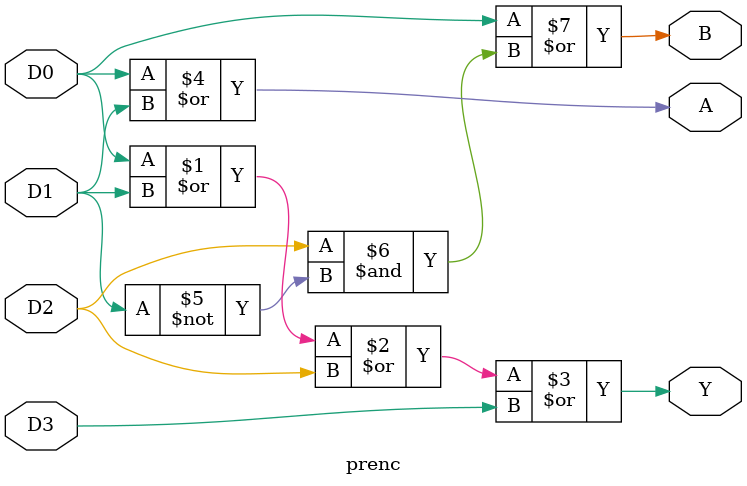
<source format=v>
`timescale 1ns / 1ps
module prenc(
    input D0,
    input D1,
    input D2,
    input D3,
    output A,
    output B,
    output Y
    );
    assign Y=D0|D1|D2|D3;
    assign A=D0|D1;
    assign B=D0|(D2&~D1);
endmodule

</source>
